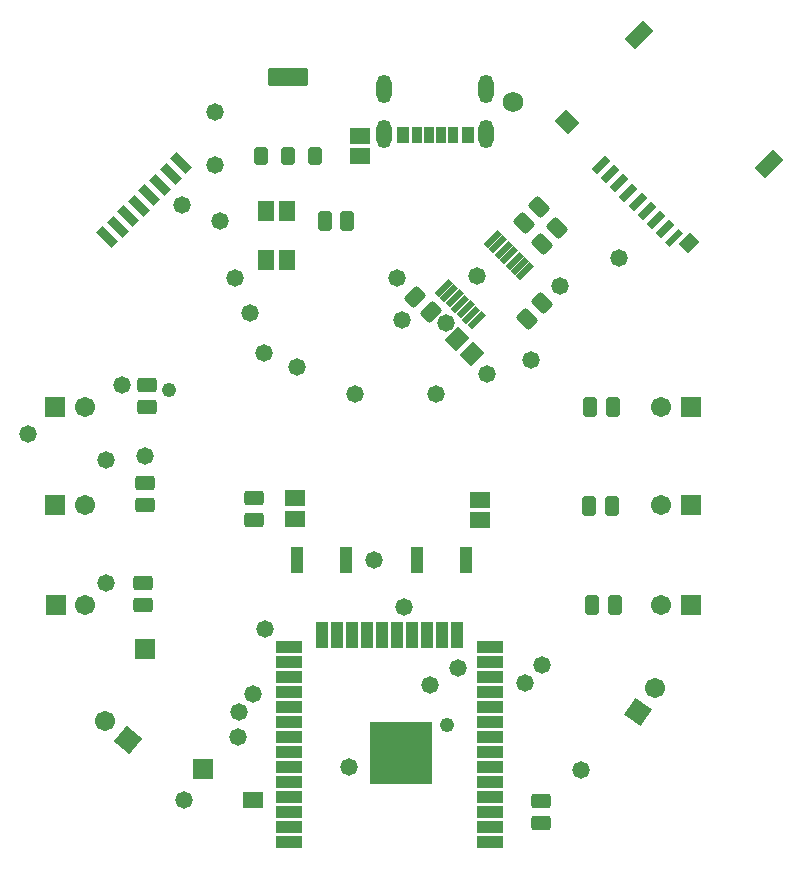
<source format=gbr>
%TF.GenerationSoftware,Altium Limited,Altium Designer,22.2.1 (43)*%
G04 Layer_Color=8388736*
%FSLAX45Y45*%
%MOMM*%
%TF.SameCoordinates,E85C5352-B1E5-4D08-830E-0896481A3A09*%
%TF.FilePolarity,Negative*%
%TF.FileFunction,Soldermask,Top*%
%TF.Part,Single*%
G01*
G75*
%TA.AperFunction,SMDPad,CuDef*%
G04:AMPARAMS|DCode=23|XSize=0.7mm|YSize=1.6mm|CornerRadius=0mm|HoleSize=0mm|Usage=FLASHONLY|Rotation=135.000|XOffset=0mm|YOffset=0mm|HoleType=Round|Shape=Rectangle|*
%AMROTATEDRECTD23*
4,1,4,0.81318,0.31820,-0.31820,-0.81318,-0.81318,-0.31820,0.31820,0.81318,0.81318,0.31820,0.0*
%
%ADD23ROTATEDRECTD23*%

G04:AMPARAMS|DCode=24|XSize=0.5mm|YSize=1.6mm|CornerRadius=0mm|HoleSize=0mm|Usage=FLASHONLY|Rotation=135.000|XOffset=0mm|YOffset=0mm|HoleType=Round|Shape=Rectangle|*
%AMROTATEDRECTD24*
4,1,4,0.74246,0.38891,-0.38891,-0.74246,-0.74246,-0.38891,0.38891,0.74246,0.74246,0.38891,0.0*
%
%ADD24ROTATEDRECTD24*%

G04:AMPARAMS|DCode=25|XSize=1.1mm|YSize=1.4mm|CornerRadius=0mm|HoleSize=0mm|Usage=FLASHONLY|Rotation=135.000|XOffset=0mm|YOffset=0mm|HoleType=Round|Shape=Rectangle|*
%AMROTATEDRECTD25*
4,1,4,0.88388,0.10607,-0.10607,-0.88388,-0.88388,-0.10607,0.10607,0.88388,0.88388,0.10607,0.0*
%
%ADD25ROTATEDRECTD25*%

G04:AMPARAMS|DCode=26|XSize=1.2mm|YSize=2.2mm|CornerRadius=0mm|HoleSize=0mm|Usage=FLASHONLY|Rotation=135.000|XOffset=0mm|YOffset=0mm|HoleType=Round|Shape=Rectangle|*
%AMROTATEDRECTD26*
4,1,4,1.20208,0.35355,-0.35355,-1.20208,-1.20208,-0.35355,0.35355,1.20208,1.20208,0.35355,0.0*
%
%ADD26ROTATEDRECTD26*%

G04:AMPARAMS|DCode=27|XSize=1.6mm|YSize=1.4mm|CornerRadius=0mm|HoleSize=0mm|Usage=FLASHONLY|Rotation=135.000|XOffset=0mm|YOffset=0mm|HoleType=Round|Shape=Rectangle|*
%AMROTATEDRECTD27*
4,1,4,1.06066,-0.07071,0.07071,-1.06066,-1.06066,0.07071,-0.07071,1.06066,1.06066,-0.07071,0.0*
%
%ADD27ROTATEDRECTD27*%

%ADD74R,1.67320X1.36320*%
%ADD75R,1.36320X1.67320*%
%TA.AperFunction,ComponentPad*%
%ADD82O,1.30320X2.40320*%
%ADD83C,1.71120*%
%ADD84R,1.71120X1.71120*%
%ADD85P,2.42000X4X365.0*%
%ADD86R,1.10320X2.20320*%
%ADD87P,2.42000X4X280.0*%
%TA.AperFunction,ViaPad*%
%ADD88C,1.72720*%
%TA.AperFunction,ComponentPad*%
G04:AMPARAMS|DCode=89|XSize=1.8032mm|YSize=0.8032mm|CornerRadius=0mm|HoleSize=0mm|Usage=FLASHONLY|Rotation=135.000|XOffset=0mm|YOffset=0mm|HoleType=Round|Shape=Rectangle|*
%AMROTATEDRECTD89*
4,1,4,0.92150,-0.35356,0.35356,-0.92150,-0.92150,0.35356,-0.35356,0.92150,0.92150,-0.35356,0.0*
%
%ADD89ROTATEDRECTD89*%

%ADD90R,1.70320X1.70320*%
%ADD91R,1.70320X1.70320*%
%ADD92R,1.70320X1.45320*%
%TA.AperFunction,ViaPad*%
%ADD93C,1.47320*%
%ADD94C,1.21920*%
%TA.AperFunction,SMDPad,CuDef*%
%ADD100R,1.00320X1.40320*%
%ADD101R,0.96320X1.40320*%
%ADD102R,0.90320X1.40320*%
%ADD103R,2.20320X1.10320*%
G04:AMPARAMS|DCode=104|XSize=1.2032mm|YSize=1.6232mm|CornerRadius=0.2266mm|HoleSize=0mm|Usage=FLASHONLY|Rotation=90.000|XOffset=0mm|YOffset=0mm|HoleType=Round|Shape=RoundedRectangle|*
%AMROUNDEDRECTD104*
21,1,1.20320,1.17000,0,0,90.0*
21,1,0.75000,1.62320,0,0,90.0*
1,1,0.45320,0.58500,0.37500*
1,1,0.45320,0.58500,-0.37500*
1,1,0.45320,-0.58500,-0.37500*
1,1,0.45320,-0.58500,0.37500*
%
%ADD104ROUNDEDRECTD104*%
G04:AMPARAMS|DCode=105|XSize=1.3632mm|YSize=1.6732mm|CornerRadius=0mm|HoleSize=0mm|Usage=FLASHONLY|Rotation=135.000|XOffset=0mm|YOffset=0mm|HoleType=Round|Shape=Rectangle|*
%AMROTATEDRECTD105*
4,1,4,1.07353,0.10960,-0.10960,-1.07353,-1.07353,-0.10960,0.10960,1.07353,1.07353,0.10960,0.0*
%
%ADD105ROTATEDRECTD105*%

%ADD106R,1.10320X2.20320*%
%ADD107R,5.28320X5.28320*%
G04:AMPARAMS|DCode=108|XSize=1.1332mm|YSize=1.5132mm|CornerRadius=0.17135mm|HoleSize=0mm|Usage=FLASHONLY|Rotation=0.000|XOffset=0mm|YOffset=0mm|HoleType=Round|Shape=RoundedRectangle|*
%AMROUNDEDRECTD108*
21,1,1.13320,1.17050,0,0,0.0*
21,1,0.79050,1.51320,0,0,0.0*
1,1,0.34270,0.39525,-0.58525*
1,1,0.34270,-0.39525,-0.58525*
1,1,0.34270,-0.39525,0.58525*
1,1,0.34270,0.39525,0.58525*
%
%ADD108ROUNDEDRECTD108*%
G04:AMPARAMS|DCode=109|XSize=3.4432mm|YSize=1.5132mm|CornerRadius=0.19985mm|HoleSize=0mm|Usage=FLASHONLY|Rotation=0.000|XOffset=0mm|YOffset=0mm|HoleType=Round|Shape=RoundedRectangle|*
%AMROUNDEDRECTD109*
21,1,3.44320,1.11350,0,0,0.0*
21,1,3.04350,1.51320,0,0,0.0*
1,1,0.39970,1.52175,-0.55675*
1,1,0.39970,-1.52175,-0.55675*
1,1,0.39970,-1.52175,0.55675*
1,1,0.39970,1.52175,0.55675*
%
%ADD109ROUNDEDRECTD109*%
G04:AMPARAMS|DCode=110|XSize=1.6764mm|YSize=0.5588mm|CornerRadius=0mm|HoleSize=0mm|Usage=FLASHONLY|Rotation=225.000|XOffset=0mm|YOffset=0mm|HoleType=Round|Shape=Rectangle|*
%AMROTATEDRECTD110*
4,1,4,0.39513,0.79026,0.79026,0.39513,-0.39513,-0.79026,-0.79026,-0.39513,0.39513,0.79026,0.0*
%
%ADD110ROTATEDRECTD110*%

G04:AMPARAMS|DCode=111|XSize=1.2032mm|YSize=1.6232mm|CornerRadius=0.2266mm|HoleSize=0mm|Usage=FLASHONLY|Rotation=45.000|XOffset=0mm|YOffset=0mm|HoleType=Round|Shape=RoundedRectangle|*
%AMROUNDEDRECTD111*
21,1,1.20320,1.17000,0,0,45.0*
21,1,0.75000,1.62320,0,0,45.0*
1,1,0.45320,0.67883,-0.14849*
1,1,0.45320,0.14849,-0.67883*
1,1,0.45320,-0.67883,0.14849*
1,1,0.45320,-0.14849,0.67883*
%
%ADD111ROUNDEDRECTD111*%
G04:AMPARAMS|DCode=112|XSize=1.2032mm|YSize=1.6232mm|CornerRadius=0.2266mm|HoleSize=0mm|Usage=FLASHONLY|Rotation=135.000|XOffset=0mm|YOffset=0mm|HoleType=Round|Shape=RoundedRectangle|*
%AMROUNDEDRECTD112*
21,1,1.20320,1.17000,0,0,135.0*
21,1,0.75000,1.62320,0,0,135.0*
1,1,0.45320,0.14849,0.67883*
1,1,0.45320,0.67883,0.14849*
1,1,0.45320,-0.14849,-0.67883*
1,1,0.45320,-0.67883,-0.14849*
%
%ADD112ROUNDEDRECTD112*%
G04:AMPARAMS|DCode=113|XSize=1.2032mm|YSize=1.6232mm|CornerRadius=0.2266mm|HoleSize=0mm|Usage=FLASHONLY|Rotation=0.000|XOffset=0mm|YOffset=0mm|HoleType=Round|Shape=RoundedRectangle|*
%AMROUNDEDRECTD113*
21,1,1.20320,1.17000,0,0,0.0*
21,1,0.75000,1.62320,0,0,0.0*
1,1,0.45320,0.37500,-0.58500*
1,1,0.45320,-0.37500,-0.58500*
1,1,0.45320,-0.37500,0.58500*
1,1,0.45320,0.37500,0.58500*
%
%ADD113ROUNDEDRECTD113*%
%ADD114R,1.00320X2.20320*%
D23*
X12321586Y11114994D02*
D03*
X12399366Y11037209D02*
D03*
X12477151Y10959429D02*
D03*
X12554930Y10881650D02*
D03*
X12632710Y10803865D02*
D03*
X12710495Y10726085D02*
D03*
X12788275Y10648305D02*
D03*
X12866055Y10570520D02*
D03*
D24*
X12943840Y10492740D02*
D03*
D25*
X13071120Y10450312D02*
D03*
D26*
X13742868Y11122066D02*
D03*
X12646853Y12218081D02*
D03*
D27*
X12031670Y11475618D02*
D03*
D74*
X10279380Y11363060D02*
D03*
Y11187060D02*
D03*
X9735820Y8116200D02*
D03*
Y8292200D02*
D03*
X11295380Y8106040D02*
D03*
Y8282040D02*
D03*
D75*
X9485260Y10312400D02*
D03*
X9661260D02*
D03*
X9487800Y10726420D02*
D03*
X9663800D02*
D03*
D82*
X11351860Y11379580D02*
D03*
X10487860D02*
D03*
X11351860Y11759580D02*
D03*
X10487860D02*
D03*
D83*
X7950200Y8232140D02*
D03*
X8122920Y6410960D02*
D03*
X12783820Y6685707D02*
D03*
X12830998Y9067800D02*
D03*
X12834082Y8238058D02*
D03*
X12830998Y7391400D02*
D03*
X7950738Y9067800D02*
D03*
X7955280Y7386320D02*
D03*
D84*
X7700198Y8232140D02*
D03*
X13081000Y9067800D02*
D03*
X13084077Y8238058D02*
D03*
X13081000Y7391400D02*
D03*
X7700742Y9067800D02*
D03*
X7705278Y7386320D02*
D03*
D85*
X8314431Y6250263D02*
D03*
D86*
X10087905Y7135541D02*
D03*
D87*
X12640427Y6480917D02*
D03*
D88*
X11574780Y11650980D02*
D03*
D89*
X8320136Y10679796D02*
D03*
X8409940Y10769600D02*
D03*
X8499744Y10859404D02*
D03*
X8589543Y10949203D02*
D03*
X8679348Y11039008D02*
D03*
X8769152Y11128812D02*
D03*
X8230321Y10589981D02*
D03*
X8142331Y10501991D02*
D03*
D90*
X8458200Y7015480D02*
D03*
D91*
X8953500Y5999480D02*
D03*
D92*
X9374480Y5742280D02*
D03*
D93*
X11729720Y9464040D02*
D03*
X10924540Y9171940D02*
D03*
X8465820Y8648700D02*
D03*
X8128000Y8613140D02*
D03*
X7470140Y8836660D02*
D03*
X8790331Y5737156D02*
D03*
X9101379Y10638020D02*
D03*
X8775700Y10777220D02*
D03*
X11973560Y10093960D02*
D03*
X12473188Y10329448D02*
D03*
X9471660Y9519920D02*
D03*
X9481820Y7185660D02*
D03*
X9350015Y9857668D02*
D03*
X9380220Y6631940D02*
D03*
X9225280Y10157460D02*
D03*
X9253479Y6273541D02*
D03*
X9262229Y6480805D02*
D03*
X9057640Y11559540D02*
D03*
X9055100Y11117580D02*
D03*
X11275060Y10175240D02*
D03*
X10591800Y10160000D02*
D03*
X11008360Y9776460D02*
D03*
X10657840Y7371080D02*
D03*
X10871200Y6713220D02*
D03*
X11681440Y6731000D02*
D03*
X11112500Y6855460D02*
D03*
X10640060Y9799320D02*
D03*
X10403840Y7769860D02*
D03*
X8135620Y7578882D02*
D03*
X8270240Y9250202D02*
D03*
X9745980Y9403080D02*
D03*
X10243820Y9174480D02*
D03*
X12153900Y5994400D02*
D03*
X11823700Y6878320D02*
D03*
X11358880Y9347200D02*
D03*
X10185400Y6014720D02*
D03*
D94*
X8661400Y9210040D02*
D03*
X11015980Y6375400D02*
D03*
D100*
X11194860Y11371580D02*
D03*
X10644860D02*
D03*
D101*
X11071860D02*
D03*
X10767860D02*
D03*
D102*
X10969860D02*
D03*
X10869860D02*
D03*
D103*
X9682404Y6019541D02*
D03*
X11382405Y6781541D02*
D03*
Y7035541D02*
D03*
Y6908541D02*
D03*
Y6654541D02*
D03*
Y6527541D02*
D03*
Y6400541D02*
D03*
Y6146541D02*
D03*
Y6019541D02*
D03*
Y5892541D02*
D03*
Y5765541D02*
D03*
Y5638541D02*
D03*
Y5511541D02*
D03*
Y5384541D02*
D03*
X9682404Y7035541D02*
D03*
Y6908541D02*
D03*
Y6781541D02*
D03*
Y6654541D02*
D03*
Y6527541D02*
D03*
Y6400541D02*
D03*
Y6273541D02*
D03*
Y6146541D02*
D03*
Y5892541D02*
D03*
Y5765541D02*
D03*
Y5638541D02*
D03*
Y5511541D02*
D03*
Y5384541D02*
D03*
X11382405Y6273541D02*
D03*
D104*
X8465820Y8235158D02*
D03*
Y8422162D02*
D03*
X9385300Y8295160D02*
D03*
Y8108160D02*
D03*
X8481060Y9063203D02*
D03*
Y9250202D02*
D03*
X8448040Y7391878D02*
D03*
Y7578882D02*
D03*
X11811000Y5732302D02*
D03*
Y5545303D02*
D03*
D105*
X11230605Y9513575D02*
D03*
X11106155Y9638025D02*
D03*
D106*
X10468905Y7135541D02*
D03*
X10341905D02*
D03*
X10214905D02*
D03*
X9960905D02*
D03*
X10595905D02*
D03*
X10722905D02*
D03*
X10849905D02*
D03*
X10976905D02*
D03*
X11103905D02*
D03*
D107*
X10634005Y6136640D02*
D03*
D108*
X9445859Y11189482D02*
D03*
X9674860D02*
D03*
X9903861D02*
D03*
D109*
X9674860Y11858478D02*
D03*
D110*
X11132012Y9938212D02*
D03*
X11270310Y9799919D02*
D03*
X11223615Y9846615D02*
D03*
X11178713Y9891517D02*
D03*
X11085317Y9984913D02*
D03*
X11040415Y10029815D02*
D03*
X10993719Y10076510D02*
D03*
X11406810Y10489601D02*
D03*
X11453505Y10442905D02*
D03*
X11498407Y10398003D02*
D03*
X11545108Y10351308D02*
D03*
X11591803Y10304607D02*
D03*
X11636705Y10259705D02*
D03*
X11683401Y10213010D02*
D03*
D111*
X11826316Y9946716D02*
D03*
X11694084Y9814484D02*
D03*
X11953316Y10581716D02*
D03*
X11821084Y10449484D02*
D03*
X11800916Y10759516D02*
D03*
X11668684Y10627284D02*
D03*
D112*
X10749204Y10000056D02*
D03*
X10881436Y9867824D02*
D03*
D113*
X12233600Y9067800D02*
D03*
X12420600D02*
D03*
X12250898Y7391400D02*
D03*
X12437902D02*
D03*
X12225503Y8229600D02*
D03*
X12412502D02*
D03*
X10170160Y10640060D02*
D03*
X9983160D02*
D03*
D114*
X10166802Y7772400D02*
D03*
X9746798D02*
D03*
X10762798D02*
D03*
X11182802D02*
D03*
%TF.MD5,767c1605438dfcffc8ed9de23fe989b9*%
M02*

</source>
